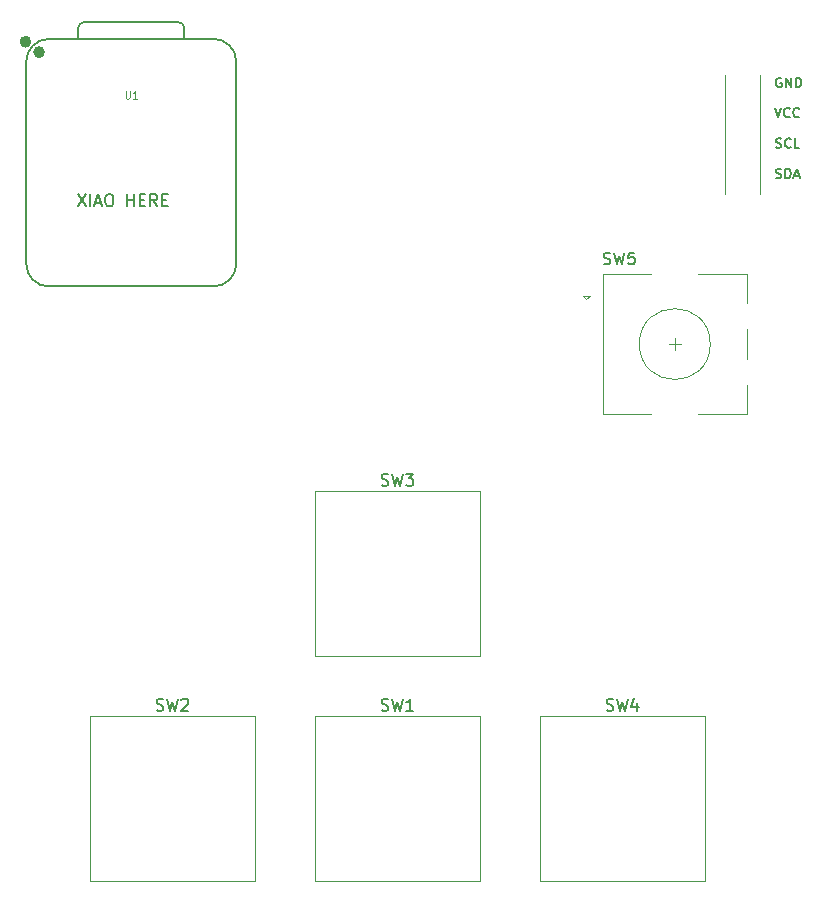
<source format=gbr>
%TF.GenerationSoftware,KiCad,Pcbnew,9.0.7*%
%TF.CreationDate,2026-01-11T18:10:27+01:00*%
%TF.ProjectId,MacroPad,4d616372-6f50-4616-942e-6b696361645f,rev?*%
%TF.SameCoordinates,Original*%
%TF.FileFunction,Legend,Top*%
%TF.FilePolarity,Positive*%
%FSLAX46Y46*%
G04 Gerber Fmt 4.6, Leading zero omitted, Abs format (unit mm)*
G04 Created by KiCad (PCBNEW 9.0.7) date 2026-01-11 18:10:27*
%MOMM*%
%LPD*%
G01*
G04 APERTURE LIST*
%ADD10C,0.150000*%
%ADD11C,0.200000*%
%ADD12C,0.101600*%
%ADD13C,0.120000*%
%ADD14C,0.127000*%
%ADD15C,0.100000*%
%ADD16C,0.504000*%
G04 APERTURE END LIST*
D10*
X200266541Y-77451069D02*
X200933207Y-78451069D01*
X200933207Y-77451069D02*
X200266541Y-78451069D01*
X201314160Y-78451069D02*
X201314160Y-77451069D01*
X201742731Y-78165354D02*
X202218921Y-78165354D01*
X201647493Y-78451069D02*
X201980826Y-77451069D01*
X201980826Y-77451069D02*
X202314159Y-78451069D01*
X202837969Y-77451069D02*
X203028445Y-77451069D01*
X203028445Y-77451069D02*
X203123683Y-77498688D01*
X203123683Y-77498688D02*
X203218921Y-77593926D01*
X203218921Y-77593926D02*
X203266540Y-77784402D01*
X203266540Y-77784402D02*
X203266540Y-78117735D01*
X203266540Y-78117735D02*
X203218921Y-78308211D01*
X203218921Y-78308211D02*
X203123683Y-78403450D01*
X203123683Y-78403450D02*
X203028445Y-78451069D01*
X203028445Y-78451069D02*
X202837969Y-78451069D01*
X202837969Y-78451069D02*
X202742731Y-78403450D01*
X202742731Y-78403450D02*
X202647493Y-78308211D01*
X202647493Y-78308211D02*
X202599874Y-78117735D01*
X202599874Y-78117735D02*
X202599874Y-77784402D01*
X202599874Y-77784402D02*
X202647493Y-77593926D01*
X202647493Y-77593926D02*
X202742731Y-77498688D01*
X202742731Y-77498688D02*
X202837969Y-77451069D01*
X204457017Y-78451069D02*
X204457017Y-77451069D01*
X204457017Y-77927259D02*
X205028445Y-77927259D01*
X205028445Y-78451069D02*
X205028445Y-77451069D01*
X205504636Y-77927259D02*
X205837969Y-77927259D01*
X205980826Y-78451069D02*
X205504636Y-78451069D01*
X205504636Y-78451069D02*
X205504636Y-77451069D01*
X205504636Y-77451069D02*
X205980826Y-77451069D01*
X206980826Y-78451069D02*
X206647493Y-77974878D01*
X206409398Y-78451069D02*
X206409398Y-77451069D01*
X206409398Y-77451069D02*
X206790350Y-77451069D01*
X206790350Y-77451069D02*
X206885588Y-77498688D01*
X206885588Y-77498688D02*
X206933207Y-77546307D01*
X206933207Y-77546307D02*
X206980826Y-77641545D01*
X206980826Y-77641545D02*
X206980826Y-77784402D01*
X206980826Y-77784402D02*
X206933207Y-77879640D01*
X206933207Y-77879640D02*
X206885588Y-77927259D01*
X206885588Y-77927259D02*
X206790350Y-77974878D01*
X206790350Y-77974878D02*
X206409398Y-77974878D01*
X207409398Y-77927259D02*
X207742731Y-77927259D01*
X207885588Y-78451069D02*
X207409398Y-78451069D01*
X207409398Y-78451069D02*
X207409398Y-77451069D01*
X207409398Y-77451069D02*
X207885588Y-77451069D01*
D11*
X259821101Y-67602060D02*
X259744911Y-67563965D01*
X259744911Y-67563965D02*
X259630625Y-67563965D01*
X259630625Y-67563965D02*
X259516339Y-67602060D01*
X259516339Y-67602060D02*
X259440149Y-67678250D01*
X259440149Y-67678250D02*
X259402054Y-67754441D01*
X259402054Y-67754441D02*
X259363958Y-67906822D01*
X259363958Y-67906822D02*
X259363958Y-68021108D01*
X259363958Y-68021108D02*
X259402054Y-68173489D01*
X259402054Y-68173489D02*
X259440149Y-68249679D01*
X259440149Y-68249679D02*
X259516339Y-68325870D01*
X259516339Y-68325870D02*
X259630625Y-68363965D01*
X259630625Y-68363965D02*
X259706816Y-68363965D01*
X259706816Y-68363965D02*
X259821101Y-68325870D01*
X259821101Y-68325870D02*
X259859197Y-68287774D01*
X259859197Y-68287774D02*
X259859197Y-68021108D01*
X259859197Y-68021108D02*
X259706816Y-68021108D01*
X260202054Y-68363965D02*
X260202054Y-67563965D01*
X260202054Y-67563965D02*
X260659197Y-68363965D01*
X260659197Y-68363965D02*
X260659197Y-67563965D01*
X261040149Y-68363965D02*
X261040149Y-67563965D01*
X261040149Y-67563965D02*
X261230625Y-67563965D01*
X261230625Y-67563965D02*
X261344911Y-67602060D01*
X261344911Y-67602060D02*
X261421101Y-67678250D01*
X261421101Y-67678250D02*
X261459196Y-67754441D01*
X261459196Y-67754441D02*
X261497292Y-67906822D01*
X261497292Y-67906822D02*
X261497292Y-68021108D01*
X261497292Y-68021108D02*
X261459196Y-68173489D01*
X261459196Y-68173489D02*
X261421101Y-68249679D01*
X261421101Y-68249679D02*
X261344911Y-68325870D01*
X261344911Y-68325870D02*
X261230625Y-68363965D01*
X261230625Y-68363965D02*
X261040149Y-68363965D01*
X259287768Y-70139875D02*
X259554435Y-70939875D01*
X259554435Y-70939875D02*
X259821101Y-70139875D01*
X260544911Y-70863684D02*
X260506815Y-70901780D01*
X260506815Y-70901780D02*
X260392530Y-70939875D01*
X260392530Y-70939875D02*
X260316339Y-70939875D01*
X260316339Y-70939875D02*
X260202053Y-70901780D01*
X260202053Y-70901780D02*
X260125863Y-70825589D01*
X260125863Y-70825589D02*
X260087768Y-70749399D01*
X260087768Y-70749399D02*
X260049672Y-70597018D01*
X260049672Y-70597018D02*
X260049672Y-70482732D01*
X260049672Y-70482732D02*
X260087768Y-70330351D01*
X260087768Y-70330351D02*
X260125863Y-70254160D01*
X260125863Y-70254160D02*
X260202053Y-70177970D01*
X260202053Y-70177970D02*
X260316339Y-70139875D01*
X260316339Y-70139875D02*
X260392530Y-70139875D01*
X260392530Y-70139875D02*
X260506815Y-70177970D01*
X260506815Y-70177970D02*
X260544911Y-70216065D01*
X261344911Y-70863684D02*
X261306815Y-70901780D01*
X261306815Y-70901780D02*
X261192530Y-70939875D01*
X261192530Y-70939875D02*
X261116339Y-70939875D01*
X261116339Y-70939875D02*
X261002053Y-70901780D01*
X261002053Y-70901780D02*
X260925863Y-70825589D01*
X260925863Y-70825589D02*
X260887768Y-70749399D01*
X260887768Y-70749399D02*
X260849672Y-70597018D01*
X260849672Y-70597018D02*
X260849672Y-70482732D01*
X260849672Y-70482732D02*
X260887768Y-70330351D01*
X260887768Y-70330351D02*
X260925863Y-70254160D01*
X260925863Y-70254160D02*
X261002053Y-70177970D01*
X261002053Y-70177970D02*
X261116339Y-70139875D01*
X261116339Y-70139875D02*
X261192530Y-70139875D01*
X261192530Y-70139875D02*
X261306815Y-70177970D01*
X261306815Y-70177970D02*
X261344911Y-70216065D01*
X259363958Y-73477690D02*
X259478244Y-73515785D01*
X259478244Y-73515785D02*
X259668720Y-73515785D01*
X259668720Y-73515785D02*
X259744911Y-73477690D01*
X259744911Y-73477690D02*
X259783006Y-73439594D01*
X259783006Y-73439594D02*
X259821101Y-73363404D01*
X259821101Y-73363404D02*
X259821101Y-73287213D01*
X259821101Y-73287213D02*
X259783006Y-73211023D01*
X259783006Y-73211023D02*
X259744911Y-73172928D01*
X259744911Y-73172928D02*
X259668720Y-73134832D01*
X259668720Y-73134832D02*
X259516339Y-73096737D01*
X259516339Y-73096737D02*
X259440149Y-73058642D01*
X259440149Y-73058642D02*
X259402054Y-73020547D01*
X259402054Y-73020547D02*
X259363958Y-72944356D01*
X259363958Y-72944356D02*
X259363958Y-72868166D01*
X259363958Y-72868166D02*
X259402054Y-72791975D01*
X259402054Y-72791975D02*
X259440149Y-72753880D01*
X259440149Y-72753880D02*
X259516339Y-72715785D01*
X259516339Y-72715785D02*
X259706816Y-72715785D01*
X259706816Y-72715785D02*
X259821101Y-72753880D01*
X260621102Y-73439594D02*
X260583006Y-73477690D01*
X260583006Y-73477690D02*
X260468721Y-73515785D01*
X260468721Y-73515785D02*
X260392530Y-73515785D01*
X260392530Y-73515785D02*
X260278244Y-73477690D01*
X260278244Y-73477690D02*
X260202054Y-73401499D01*
X260202054Y-73401499D02*
X260163959Y-73325309D01*
X260163959Y-73325309D02*
X260125863Y-73172928D01*
X260125863Y-73172928D02*
X260125863Y-73058642D01*
X260125863Y-73058642D02*
X260163959Y-72906261D01*
X260163959Y-72906261D02*
X260202054Y-72830070D01*
X260202054Y-72830070D02*
X260278244Y-72753880D01*
X260278244Y-72753880D02*
X260392530Y-72715785D01*
X260392530Y-72715785D02*
X260468721Y-72715785D01*
X260468721Y-72715785D02*
X260583006Y-72753880D01*
X260583006Y-72753880D02*
X260621102Y-72791975D01*
X261344911Y-73515785D02*
X260963959Y-73515785D01*
X260963959Y-73515785D02*
X260963959Y-72715785D01*
X259363958Y-76053600D02*
X259478244Y-76091695D01*
X259478244Y-76091695D02*
X259668720Y-76091695D01*
X259668720Y-76091695D02*
X259744911Y-76053600D01*
X259744911Y-76053600D02*
X259783006Y-76015504D01*
X259783006Y-76015504D02*
X259821101Y-75939314D01*
X259821101Y-75939314D02*
X259821101Y-75863123D01*
X259821101Y-75863123D02*
X259783006Y-75786933D01*
X259783006Y-75786933D02*
X259744911Y-75748838D01*
X259744911Y-75748838D02*
X259668720Y-75710742D01*
X259668720Y-75710742D02*
X259516339Y-75672647D01*
X259516339Y-75672647D02*
X259440149Y-75634552D01*
X259440149Y-75634552D02*
X259402054Y-75596457D01*
X259402054Y-75596457D02*
X259363958Y-75520266D01*
X259363958Y-75520266D02*
X259363958Y-75444076D01*
X259363958Y-75444076D02*
X259402054Y-75367885D01*
X259402054Y-75367885D02*
X259440149Y-75329790D01*
X259440149Y-75329790D02*
X259516339Y-75291695D01*
X259516339Y-75291695D02*
X259706816Y-75291695D01*
X259706816Y-75291695D02*
X259821101Y-75329790D01*
X260163959Y-76091695D02*
X260163959Y-75291695D01*
X260163959Y-75291695D02*
X260354435Y-75291695D01*
X260354435Y-75291695D02*
X260468721Y-75329790D01*
X260468721Y-75329790D02*
X260544911Y-75405980D01*
X260544911Y-75405980D02*
X260583006Y-75482171D01*
X260583006Y-75482171D02*
X260621102Y-75634552D01*
X260621102Y-75634552D02*
X260621102Y-75748838D01*
X260621102Y-75748838D02*
X260583006Y-75901219D01*
X260583006Y-75901219D02*
X260544911Y-75977409D01*
X260544911Y-75977409D02*
X260468721Y-76053600D01*
X260468721Y-76053600D02*
X260354435Y-76091695D01*
X260354435Y-76091695D02*
X260163959Y-76091695D01*
X260925863Y-75863123D02*
X261306816Y-75863123D01*
X260849673Y-76091695D02*
X261116340Y-75291695D01*
X261116340Y-75291695D02*
X261383006Y-76091695D01*
D12*
X204303690Y-68709729D02*
X204303690Y-69223776D01*
X204303690Y-69223776D02*
X204333928Y-69284252D01*
X204333928Y-69284252D02*
X204364166Y-69314491D01*
X204364166Y-69314491D02*
X204424642Y-69344729D01*
X204424642Y-69344729D02*
X204545595Y-69344729D01*
X204545595Y-69344729D02*
X204606071Y-69314491D01*
X204606071Y-69314491D02*
X204636309Y-69284252D01*
X204636309Y-69284252D02*
X204666547Y-69223776D01*
X204666547Y-69223776D02*
X204666547Y-68709729D01*
X205301547Y-69344729D02*
X204938690Y-69344729D01*
X205120118Y-69344729D02*
X205120118Y-68709729D01*
X205120118Y-68709729D02*
X205059642Y-68800443D01*
X205059642Y-68800443D02*
X204999166Y-68860919D01*
X204999166Y-68860919D02*
X204938690Y-68891157D01*
D10*
X244776667Y-83337200D02*
X244919524Y-83384819D01*
X244919524Y-83384819D02*
X245157619Y-83384819D01*
X245157619Y-83384819D02*
X245252857Y-83337200D01*
X245252857Y-83337200D02*
X245300476Y-83289580D01*
X245300476Y-83289580D02*
X245348095Y-83194342D01*
X245348095Y-83194342D02*
X245348095Y-83099104D01*
X245348095Y-83099104D02*
X245300476Y-83003866D01*
X245300476Y-83003866D02*
X245252857Y-82956247D01*
X245252857Y-82956247D02*
X245157619Y-82908628D01*
X245157619Y-82908628D02*
X244967143Y-82861009D01*
X244967143Y-82861009D02*
X244871905Y-82813390D01*
X244871905Y-82813390D02*
X244824286Y-82765771D01*
X244824286Y-82765771D02*
X244776667Y-82670533D01*
X244776667Y-82670533D02*
X244776667Y-82575295D01*
X244776667Y-82575295D02*
X244824286Y-82480057D01*
X244824286Y-82480057D02*
X244871905Y-82432438D01*
X244871905Y-82432438D02*
X244967143Y-82384819D01*
X244967143Y-82384819D02*
X245205238Y-82384819D01*
X245205238Y-82384819D02*
X245348095Y-82432438D01*
X245681429Y-82384819D02*
X245919524Y-83384819D01*
X245919524Y-83384819D02*
X246110000Y-82670533D01*
X246110000Y-82670533D02*
X246300476Y-83384819D01*
X246300476Y-83384819D02*
X246538572Y-82384819D01*
X247395714Y-82384819D02*
X246919524Y-82384819D01*
X246919524Y-82384819D02*
X246871905Y-82861009D01*
X246871905Y-82861009D02*
X246919524Y-82813390D01*
X246919524Y-82813390D02*
X247014762Y-82765771D01*
X247014762Y-82765771D02*
X247252857Y-82765771D01*
X247252857Y-82765771D02*
X247348095Y-82813390D01*
X247348095Y-82813390D02*
X247395714Y-82861009D01*
X247395714Y-82861009D02*
X247443333Y-82956247D01*
X247443333Y-82956247D02*
X247443333Y-83194342D01*
X247443333Y-83194342D02*
X247395714Y-83289580D01*
X247395714Y-83289580D02*
X247348095Y-83337200D01*
X247348095Y-83337200D02*
X247252857Y-83384819D01*
X247252857Y-83384819D02*
X247014762Y-83384819D01*
X247014762Y-83384819D02*
X246919524Y-83337200D01*
X246919524Y-83337200D02*
X246871905Y-83289580D01*
X225996667Y-102070700D02*
X226139524Y-102118319D01*
X226139524Y-102118319D02*
X226377619Y-102118319D01*
X226377619Y-102118319D02*
X226472857Y-102070700D01*
X226472857Y-102070700D02*
X226520476Y-102023080D01*
X226520476Y-102023080D02*
X226568095Y-101927842D01*
X226568095Y-101927842D02*
X226568095Y-101832604D01*
X226568095Y-101832604D02*
X226520476Y-101737366D01*
X226520476Y-101737366D02*
X226472857Y-101689747D01*
X226472857Y-101689747D02*
X226377619Y-101642128D01*
X226377619Y-101642128D02*
X226187143Y-101594509D01*
X226187143Y-101594509D02*
X226091905Y-101546890D01*
X226091905Y-101546890D02*
X226044286Y-101499271D01*
X226044286Y-101499271D02*
X225996667Y-101404033D01*
X225996667Y-101404033D02*
X225996667Y-101308795D01*
X225996667Y-101308795D02*
X226044286Y-101213557D01*
X226044286Y-101213557D02*
X226091905Y-101165938D01*
X226091905Y-101165938D02*
X226187143Y-101118319D01*
X226187143Y-101118319D02*
X226425238Y-101118319D01*
X226425238Y-101118319D02*
X226568095Y-101165938D01*
X226901429Y-101118319D02*
X227139524Y-102118319D01*
X227139524Y-102118319D02*
X227330000Y-101404033D01*
X227330000Y-101404033D02*
X227520476Y-102118319D01*
X227520476Y-102118319D02*
X227758572Y-101118319D01*
X228044286Y-101118319D02*
X228663333Y-101118319D01*
X228663333Y-101118319D02*
X228330000Y-101499271D01*
X228330000Y-101499271D02*
X228472857Y-101499271D01*
X228472857Y-101499271D02*
X228568095Y-101546890D01*
X228568095Y-101546890D02*
X228615714Y-101594509D01*
X228615714Y-101594509D02*
X228663333Y-101689747D01*
X228663333Y-101689747D02*
X228663333Y-101927842D01*
X228663333Y-101927842D02*
X228615714Y-102023080D01*
X228615714Y-102023080D02*
X228568095Y-102070700D01*
X228568095Y-102070700D02*
X228472857Y-102118319D01*
X228472857Y-102118319D02*
X228187143Y-102118319D01*
X228187143Y-102118319D02*
X228091905Y-102070700D01*
X228091905Y-102070700D02*
X228044286Y-102023080D01*
X245046667Y-121120700D02*
X245189524Y-121168319D01*
X245189524Y-121168319D02*
X245427619Y-121168319D01*
X245427619Y-121168319D02*
X245522857Y-121120700D01*
X245522857Y-121120700D02*
X245570476Y-121073080D01*
X245570476Y-121073080D02*
X245618095Y-120977842D01*
X245618095Y-120977842D02*
X245618095Y-120882604D01*
X245618095Y-120882604D02*
X245570476Y-120787366D01*
X245570476Y-120787366D02*
X245522857Y-120739747D01*
X245522857Y-120739747D02*
X245427619Y-120692128D01*
X245427619Y-120692128D02*
X245237143Y-120644509D01*
X245237143Y-120644509D02*
X245141905Y-120596890D01*
X245141905Y-120596890D02*
X245094286Y-120549271D01*
X245094286Y-120549271D02*
X245046667Y-120454033D01*
X245046667Y-120454033D02*
X245046667Y-120358795D01*
X245046667Y-120358795D02*
X245094286Y-120263557D01*
X245094286Y-120263557D02*
X245141905Y-120215938D01*
X245141905Y-120215938D02*
X245237143Y-120168319D01*
X245237143Y-120168319D02*
X245475238Y-120168319D01*
X245475238Y-120168319D02*
X245618095Y-120215938D01*
X245951429Y-120168319D02*
X246189524Y-121168319D01*
X246189524Y-121168319D02*
X246380000Y-120454033D01*
X246380000Y-120454033D02*
X246570476Y-121168319D01*
X246570476Y-121168319D02*
X246808572Y-120168319D01*
X247618095Y-120501652D02*
X247618095Y-121168319D01*
X247380000Y-120120700D02*
X247141905Y-120834985D01*
X247141905Y-120834985D02*
X247760952Y-120834985D01*
X225996667Y-121120700D02*
X226139524Y-121168319D01*
X226139524Y-121168319D02*
X226377619Y-121168319D01*
X226377619Y-121168319D02*
X226472857Y-121120700D01*
X226472857Y-121120700D02*
X226520476Y-121073080D01*
X226520476Y-121073080D02*
X226568095Y-120977842D01*
X226568095Y-120977842D02*
X226568095Y-120882604D01*
X226568095Y-120882604D02*
X226520476Y-120787366D01*
X226520476Y-120787366D02*
X226472857Y-120739747D01*
X226472857Y-120739747D02*
X226377619Y-120692128D01*
X226377619Y-120692128D02*
X226187143Y-120644509D01*
X226187143Y-120644509D02*
X226091905Y-120596890D01*
X226091905Y-120596890D02*
X226044286Y-120549271D01*
X226044286Y-120549271D02*
X225996667Y-120454033D01*
X225996667Y-120454033D02*
X225996667Y-120358795D01*
X225996667Y-120358795D02*
X226044286Y-120263557D01*
X226044286Y-120263557D02*
X226091905Y-120215938D01*
X226091905Y-120215938D02*
X226187143Y-120168319D01*
X226187143Y-120168319D02*
X226425238Y-120168319D01*
X226425238Y-120168319D02*
X226568095Y-120215938D01*
X226901429Y-120168319D02*
X227139524Y-121168319D01*
X227139524Y-121168319D02*
X227330000Y-120454033D01*
X227330000Y-120454033D02*
X227520476Y-121168319D01*
X227520476Y-121168319D02*
X227758572Y-120168319D01*
X228663333Y-121168319D02*
X228091905Y-121168319D01*
X228377619Y-121168319D02*
X228377619Y-120168319D01*
X228377619Y-120168319D02*
X228282381Y-120311176D01*
X228282381Y-120311176D02*
X228187143Y-120406414D01*
X228187143Y-120406414D02*
X228091905Y-120454033D01*
X206946667Y-121120700D02*
X207089524Y-121168319D01*
X207089524Y-121168319D02*
X207327619Y-121168319D01*
X207327619Y-121168319D02*
X207422857Y-121120700D01*
X207422857Y-121120700D02*
X207470476Y-121073080D01*
X207470476Y-121073080D02*
X207518095Y-120977842D01*
X207518095Y-120977842D02*
X207518095Y-120882604D01*
X207518095Y-120882604D02*
X207470476Y-120787366D01*
X207470476Y-120787366D02*
X207422857Y-120739747D01*
X207422857Y-120739747D02*
X207327619Y-120692128D01*
X207327619Y-120692128D02*
X207137143Y-120644509D01*
X207137143Y-120644509D02*
X207041905Y-120596890D01*
X207041905Y-120596890D02*
X206994286Y-120549271D01*
X206994286Y-120549271D02*
X206946667Y-120454033D01*
X206946667Y-120454033D02*
X206946667Y-120358795D01*
X206946667Y-120358795D02*
X206994286Y-120263557D01*
X206994286Y-120263557D02*
X207041905Y-120215938D01*
X207041905Y-120215938D02*
X207137143Y-120168319D01*
X207137143Y-120168319D02*
X207375238Y-120168319D01*
X207375238Y-120168319D02*
X207518095Y-120215938D01*
X207851429Y-120168319D02*
X208089524Y-121168319D01*
X208089524Y-121168319D02*
X208280000Y-120454033D01*
X208280000Y-120454033D02*
X208470476Y-121168319D01*
X208470476Y-121168319D02*
X208708572Y-120168319D01*
X209041905Y-120263557D02*
X209089524Y-120215938D01*
X209089524Y-120215938D02*
X209184762Y-120168319D01*
X209184762Y-120168319D02*
X209422857Y-120168319D01*
X209422857Y-120168319D02*
X209518095Y-120215938D01*
X209518095Y-120215938D02*
X209565714Y-120263557D01*
X209565714Y-120263557D02*
X209613333Y-120358795D01*
X209613333Y-120358795D02*
X209613333Y-120454033D01*
X209613333Y-120454033D02*
X209565714Y-120596890D01*
X209565714Y-120596890D02*
X208994286Y-121168319D01*
X208994286Y-121168319D02*
X209613333Y-121168319D01*
D13*
%TO.C,J?*%
X255040000Y-67390000D02*
X255040000Y-77390000D01*
X258040000Y-67390000D02*
X258040000Y-77390000D01*
D14*
%TO.C,U1*%
X195897500Y-83343250D02*
X195897500Y-66198250D01*
X197802500Y-85248250D02*
X211772500Y-85248250D01*
X200292500Y-64293250D02*
X200296228Y-63382978D01*
X200796228Y-62883250D02*
X208791500Y-62883250D01*
X209291500Y-63383250D02*
X209291500Y-64293250D01*
D15*
X211772500Y-64293250D02*
X197802500Y-64293250D01*
D14*
X211772500Y-64293250D02*
X197802500Y-64293250D01*
X213677500Y-83343250D02*
X213677500Y-66198250D01*
X195897500Y-66198250D02*
G75*
G02*
X197802500Y-64293250I1905001J-1D01*
G01*
X197802500Y-85248250D02*
G75*
G02*
X195897500Y-83343250I1J1905001D01*
G01*
X200296228Y-63382978D02*
G75*
G02*
X200796228Y-62883251I500018J-291D01*
G01*
X208791500Y-62883250D02*
G75*
G02*
X209291500Y-63383250I0J-500000D01*
G01*
X211772500Y-64293250D02*
G75*
G02*
X213677500Y-66198250I0J-1905000D01*
G01*
X213677500Y-83343250D02*
G75*
G02*
X211772500Y-85248250I-1905000J0D01*
G01*
D16*
X196089500Y-64534250D02*
G75*
G02*
X195585500Y-64534250I-252000J0D01*
G01*
X195585500Y-64534250D02*
G75*
G02*
X196089500Y-64534250I252000J0D01*
G01*
X197232500Y-65414250D02*
G75*
G02*
X196728500Y-65414250I-252000J0D01*
G01*
X196728500Y-65414250D02*
G75*
G02*
X197232500Y-65414250I252000J0D01*
G01*
D13*
%TO.C,SW5*%
X243010000Y-86030000D02*
X243610000Y-86030000D01*
X243310000Y-86330000D02*
X243010000Y-86030000D01*
X243610000Y-86030000D02*
X243310000Y-86330000D01*
X244710000Y-84230000D02*
X244710000Y-96030000D01*
X248810000Y-84230000D02*
X244710000Y-84230000D01*
X248810000Y-96030000D02*
X244710000Y-96030000D01*
X250310000Y-90130000D02*
X251310000Y-90130000D01*
X250810000Y-89630000D02*
X250810000Y-90630000D01*
X252810000Y-84230000D02*
X256910000Y-84230000D01*
X256910000Y-84230000D02*
X256910000Y-86630000D01*
X256910000Y-88830000D02*
X256910000Y-91430000D01*
X256910000Y-93630000D02*
X256910000Y-96030000D01*
X256910000Y-96030000D02*
X252810000Y-96030000D01*
X253810000Y-90130000D02*
G75*
G02*
X247810000Y-90130000I-3000000J0D01*
G01*
X247810000Y-90130000D02*
G75*
G02*
X253810000Y-90130000I3000000J0D01*
G01*
%TO.C,SW3*%
X220345000Y-102552500D02*
X234315000Y-102552500D01*
X220345000Y-116522500D02*
X220345000Y-102552500D01*
X234315000Y-102552500D02*
X234315000Y-116522500D01*
X234315000Y-116522500D02*
X220345000Y-116522500D01*
%TO.C,SW4*%
X239395000Y-121602500D02*
X253365000Y-121602500D01*
X239395000Y-135572500D02*
X239395000Y-121602500D01*
X253365000Y-121602500D02*
X253365000Y-135572500D01*
X253365000Y-135572500D02*
X239395000Y-135572500D01*
%TO.C,SW1*%
X220345000Y-121602500D02*
X234315000Y-121602500D01*
X220345000Y-135572500D02*
X220345000Y-121602500D01*
X234315000Y-121602500D02*
X234315000Y-135572500D01*
X234315000Y-135572500D02*
X220345000Y-135572500D01*
%TO.C,SW2*%
X201295000Y-121602500D02*
X215265000Y-121602500D01*
X201295000Y-135572500D02*
X201295000Y-121602500D01*
X215265000Y-121602500D02*
X215265000Y-135572500D01*
X215265000Y-135572500D02*
X201295000Y-135572500D01*
%TD*%
M02*

</source>
